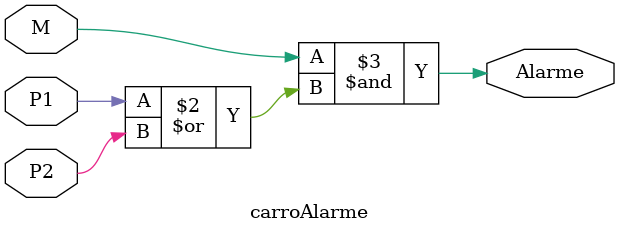
<source format=sv>
module carroAlarme(input logic M,P1,P2,
                  output logic Alarme);
  
  always_comb Alarme <= (M & (P1|P2));
  
endmodule
</source>
